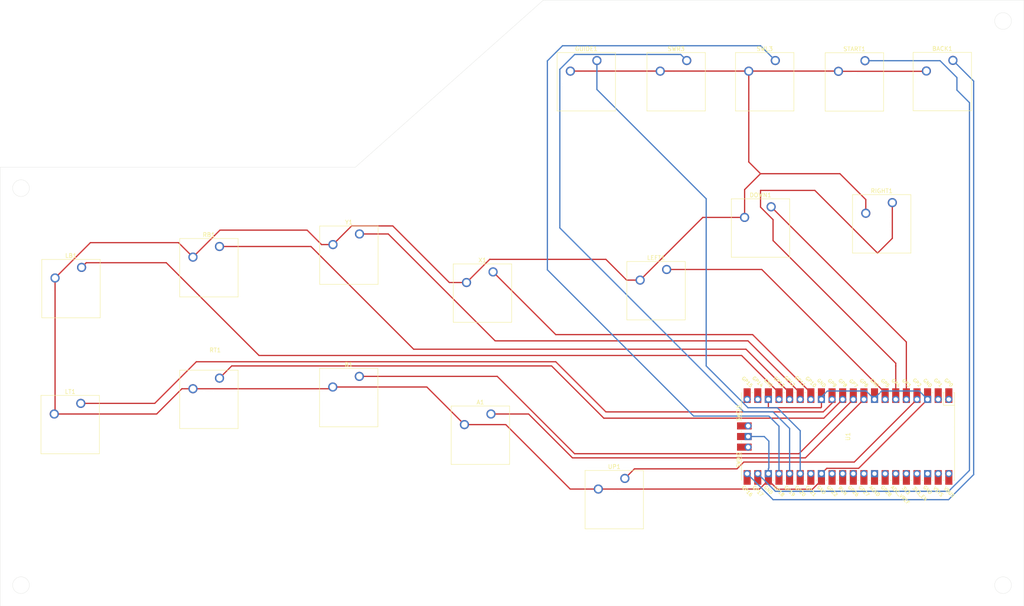
<source format=kicad_pcb>
(kicad_pcb (version 20240108) (generator "pcbnew") (generator_version "8.0")
  (layers (0 "F.Cu" signal) (31 "B.Cu" signal) (34 "B.Paste" user) (35 "F.Paste" user) (36 "B.SilkS" user "B.Silkscreen") (37 "F.SilkS" user "F.Silkscreen") (38 "B.Mask" user) (39 "F.Mask" user) (44 "Edge.Cuts" user))
  (net 0 "")
  (net 1 "A")
  (net 2 "GND")
  (net 3 "B")
  (net 4 "Back")
  (net 5 "DOWN")
  (net 6 "Guide")
  (net 7 "LB")
  (net 8 "LEFT")
  (net 9 "LT")
  (net 10 "RB")
  (net 11 "RIGHT")
  (net 12 "RT")
  (net 13 "Start")
  (net 14 "L3")
  (net 15 "R3")
  (net 16 "X")
  (net 23 "UP")
  (net 28 "Y")
  (footprint "Button_Switch_Keyboard:SW_Cherry_MX_1.00u_PCB" (layer "F.Cu") (at 144.96 85.14)
    (property "Reference" "X1" (at -2.54 -2.794 0) (layer "F.SilkS"))
    (property "Value" "SW_SPST")
    (fp_line (start -9.525 -1.905) (end 4.445 -1.905) (stroke (width 0.12)) (layer "F.SilkS"))
    (fp_line (start -9.525 12.065) (end -9.525 -1.905) (stroke (width 0.12)) (layer "F.SilkS"))
    (fp_line (start 4.445 -1.905) (end 4.445 12.065) (stroke (width 0.12)) (layer "F.SilkS"))
    (fp_line (start 4.445 12.065) (end -9.525 12.065) (stroke (width 0.12)) (layer "F.SilkS"))
    (pad "" np_thru_hole circle (at -7.62 5.08) (size 1.7 1.7) (drill 1.7) (layers "*.Cu" "*.Mask"))
    (pad "" np_thru_hole circle (at -2.54 5.08) (size 4 4) (drill 4) (layers "*.Cu" "*.Mask"))
    (pad "" np_thru_hole circle (at 2.54 5.08) (size 1.7 1.7) (drill 1.7) (layers "*.Cu" "*.Mask"))
    (pad "1" thru_hole circle (at 0 0) (size 2.2 2.2) (drill 1.5) (layers "*.Cu" "*.Mask") (net 16 "X"))
    (pad "2" thru_hole circle (at -6.35 2.54) (size 2.2 2.2) (drill 1.5) (layers "*.Cu" "*.Mask") (net 2 "GND"))
  )
  (footprint "Button_Switch_Keyboard:SW_Cherry_MX_1.00u_PCB" (layer "F.Cu") (at 169.81 34.56)
    (property "Reference" "GUIDE1" (at -2.54 -2.794 0) (layer "F.SilkS"))
    (property "Value" "SW_SPST")
    (fp_line (start -9.525 -1.905) (end 4.445 -1.905) (stroke (width 0.12)) (layer "F.SilkS"))
    (fp_line (start -9.525 12.065) (end -9.525 -1.905) (stroke (width 0.12)) (layer "F.SilkS"))
    (fp_line (start 4.445 -1.905) (end 4.445 12.065) (stroke (width 0.12)) (layer "F.SilkS"))
    (fp_line (start 4.445 12.065) (end -9.525 12.065) (stroke (width 0.12)) (layer "F.SilkS"))
    (pad "" np_thru_hole circle (at -7.62 5.08) (size 1.7 1.7) (drill 1.7) (layers "*.Cu" "*.Mask"))
    (pad "" np_thru_hole circle (at -2.54 5.08) (size 4 4) (drill 4) (layers "*.Cu" "*.Mask"))
    (pad "" np_thru_hole circle (at 2.54 5.08) (size 1.7 1.7) (drill 1.7) (layers "*.Cu" "*.Mask"))
    (pad "1" thru_hole circle (at 0 0) (size 2.2 2.2) (drill 1.5) (layers "*.Cu" "*.Mask") (net 6 "Guide"))
    (pad "2" thru_hole circle (at -6.35 2.54) (size 2.2 2.2) (drill 1.5) (layers "*.Cu" "*.Mask") (net 2 "GND"))
  )
  (footprint "Button_Switch_Keyboard:SW_Cherry_MX_1.00u_PCB" (layer "F.Cu") (at 212.5 34.56)
    (property "Reference" "SWL3" (at -2.54 -2.794 0) (layer "F.SilkS"))
    (property "Value" "SW_SPST")
    (fp_line (start -9.525 -1.905) (end 4.445 -1.905) (stroke (width 0.12)) (layer "F.SilkS"))
    (fp_line (start -9.525 12.065) (end -9.525 -1.905) (stroke (width 0.12)) (layer "F.SilkS"))
    (fp_line (start 4.445 -1.905) (end 4.445 12.065) (stroke (width 0.12)) (layer "F.SilkS"))
    (fp_line (start 4.445 12.065) (end -9.525 12.065) (stroke (width 0.12)) (layer "F.SilkS"))
    (pad "" np_thru_hole circle (at -7.62 5.08) (size 1.7 1.7) (drill 1.7) (layers "*.Cu" "*.Mask"))
    (pad "" np_thru_hole circle (at -2.54 5.08) (size 4 4) (drill 4) (layers "*.Cu" "*.Mask"))
    (pad "" np_thru_hole circle (at 2.54 5.08) (size 1.7 1.7) (drill 1.7) (layers "*.Cu" "*.Mask"))
    (pad "1" thru_hole circle (at 0 0) (size 2.2 2.2) (drill 1.5) (layers "*.Cu" "*.Mask") (net 14 "L3"))
    (pad "2" thru_hole circle (at -6.35 2.54) (size 2.2 2.2) (drill 1.5) (layers "*.Cu" "*.Mask") (net 2 "GND"))
  )
  (footprint "Button_Switch_Keyboard:SW_Cherry_MX_1.00u_PCB" (layer "F.Cu") (at 46.31 116.6)
    (property "Reference" "LT1" (at -2.54 -2.794 0) (layer "F.SilkS"))
    (property "Value" "SW_SPST")
    (fp_line (start -9.525 -1.905) (end 4.445 -1.905) (stroke (width 0.12)) (layer "F.SilkS"))
    (fp_line (start -9.525 12.065) (end -9.525 -1.905) (stroke (width 0.12)) (layer "F.SilkS"))
    (fp_line (start 4.445 -1.905) (end 4.445 12.065) (stroke (width 0.12)) (layer "F.SilkS"))
    (fp_line (start 4.445 12.065) (end -9.525 12.065) (stroke (width 0.12)) (layer "F.SilkS"))
    (pad "" np_thru_hole circle (at -7.62 5.08) (size 1.7 1.7) (drill 1.7) (layers "*.Cu" "*.Mask"))
    (pad "" np_thru_hole circle (at -2.54 5.08) (size 4 4) (drill 4) (layers "*.Cu" "*.Mask"))
    (pad "" np_thru_hole circle (at 2.54 5.08) (size 1.7 1.7) (drill 1.7) (layers "*.Cu" "*.Mask"))
    (pad "1" thru_hole circle (at 0 0) (size 2.2 2.2) (drill 1.5) (layers "*.Cu" "*.Mask") (net 9 "LT"))
    (pad "2" thru_hole circle (at -6.35 2.54) (size 2.2 2.2) (drill 1.5) (layers "*.Cu" "*.Mask") (net 2 "GND"))
  )
  (footprint "Button_Switch_Keyboard:SW_Cherry_MX_1.00u_PCB" (layer "F.Cu") (at 112.96 110.14)
    (property "Reference" "B1" (at -2.54 -2.794 0) (layer "F.SilkS"))
    (property "Value" "SW_SPST")
    (fp_line (start -9.525 -1.905) (end 4.445 -1.905) (stroke (width 0.12)) (layer "F.SilkS"))
    (fp_line (start -9.525 12.065) (end -9.525 -1.905) (stroke (width 0.12)) (layer "F.SilkS"))
    (fp_line (start 4.445 -1.905) (end 4.445 12.065) (stroke (width 0.12)) (layer "F.SilkS"))
    (fp_line (start 4.445 12.065) (end -9.525 12.065) (stroke (width 0.12)) (layer "F.SilkS"))
    (pad "" np_thru_hole circle (at -7.62 5.08) (size 1.7 1.7) (drill 1.7) (layers "*.Cu" "*.Mask"))
    (pad "" np_thru_hole circle (at -2.54 5.08) (size 4 4) (drill 4) (layers "*.Cu" "*.Mask"))
    (pad "" np_thru_hole circle (at 2.54 5.08) (size 1.7 1.7) (drill 1.7) (layers "*.Cu" "*.Mask"))
    (pad "1" thru_hole circle (at 0 0) (size 2.2 2.2) (drill 1.5) (layers "*.Cu" "*.Mask") (net 3 "B"))
    (pad "2" thru_hole circle (at -6.35 2.54) (size 2.2 2.2) (drill 1.5) (layers "*.Cu" "*.Mask") (net 2 "GND"))
  )
  (footprint "Button_Switch_Keyboard:SW_Cherry_MX_1.00u_PCB" (layer "F.Cu") (at 191.31 34.56)
    (property "Reference" "SWR3" (at -2.54 -2.794 0) (layer "F.SilkS"))
    (property "Value" "SW_SPST")
    (fp_line (start -9.525 -1.905) (end 4.445 -1.905) (stroke (width 0.12)) (layer "F.SilkS"))
    (fp_line (start -9.525 12.065) (end -9.525 -1.905) (stroke (width 0.12)) (layer "F.SilkS"))
    (fp_line (start 4.445 -1.905) (end 4.445 12.065) (stroke (width 0.12)) (layer "F.SilkS"))
    (fp_line (start 4.445 12.065) (end -9.525 12.065) (stroke (width 0.12)) (layer "F.SilkS"))
    (pad "" np_thru_hole circle (at -7.62 5.08) (size 1.7 1.7) (drill 1.7) (layers "*.Cu" "*.Mask"))
    (pad "" np_thru_hole circle (at -2.54 5.08) (size 4 4) (drill 4) (layers "*.Cu" "*.Mask"))
    (pad "" np_thru_hole circle (at 2.54 5.08) (size 1.7 1.7) (drill 1.7) (layers "*.Cu" "*.Mask"))
    (pad "1" thru_hole circle (at 0 0) (size 2.2 2.2) (drill 1.5) (layers "*.Cu" "*.Mask") (net 15 "R3"))
    (pad "2" thru_hole circle (at -6.35 2.54) (size 2.2 2.2) (drill 1.5) (layers "*.Cu" "*.Mask") (net 2 "GND"))
  )
  (footprint "Button_Switch_Keyboard:SW_Cherry_MX_1.00u_PCB" (layer "F.Cu") (at 176.5 134.56)
    (property "Reference" "UP1" (at -2.54 -2.794 0) (layer "F.SilkS"))
    (property "Value" "SW_SPST")
    (fp_line (start -9.525 -1.905) (end 4.445 -1.905) (stroke (width 0.12)) (layer "F.SilkS"))
    (fp_line (start -9.525 12.065) (end -9.525 -1.905) (stroke (width 0.12)) (layer "F.SilkS"))
    (fp_line (start 4.445 -1.905) (end 4.445 12.065) (stroke (width 0.12)) (layer "F.SilkS"))
    (fp_line (start 4.445 12.065) (end -9.525 12.065) (stroke (width 0.12)) (layer "F.SilkS"))
    (pad "" np_thru_hole circle (at -7.62 5.08) (size 1.7 1.7) (drill 1.7) (layers "*.Cu" "*.Mask"))
    (pad "" np_thru_hole circle (at -2.54 5.08) (size 4 4) (drill 4) (layers "*.Cu" "*.Mask"))
    (pad "" np_thru_hole circle (at 2.54 5.08) (size 1.7 1.7) (drill 1.7) (layers "*.Cu" "*.Mask"))
    (pad "1" thru_hole circle (at 0 0) (size 2.2 2.2) (drill 1.5) (layers "*.Cu" "*.Mask") (net 23 "UP"))
    (pad "2" thru_hole circle (at -6.35 2.54) (size 2.2 2.2) (drill 1.5) (layers "*.Cu" "*.Mask") (net 2 "GND"))
  )
  (footprint "Button_Switch_Keyboard:SW_Cherry_MX_1.00u_PCB" (layer "F.Cu") (at 240.5 68.56)
    (property "Reference" "RIGHT1" (at -2.54 -2.794 0) (layer "F.SilkS"))
    (property "Value" "SW_SPST")
    (fp_line (start -9.525 -1.905) (end 4.445 -1.905) (stroke (width 0.12)) (layer "F.SilkS"))
    (fp_line (start -9.525 12.065) (end -9.525 -1.905) (stroke (width 0.12)) (layer "F.SilkS"))
    (fp_line (start 4.445 -1.905) (end 4.445 12.065) (stroke (width 0.12)) (layer "F.SilkS"))
    (fp_line (start 4.445 12.065) (end -9.525 12.065) (stroke (width 0.12)) (layer "F.SilkS"))
    (pad "" np_thru_hole circle (at -7.62 5.08) (size 1.7 1.7) (drill 1.7) (layers "*.Cu" "*.Mask"))
    (pad "" np_thru_hole circle (at -2.54 5.08) (size 4 4) (drill 4) (layers "*.Cu" "*.Mask"))
    (pad "" np_thru_hole circle (at 2.54 5.08) (size 1.7 1.7) (drill 1.7) (layers "*.Cu" "*.Mask"))
    (pad "1" thru_hole circle (at 0 0) (size 2.2 2.2) (drill 1.5) (layers "*.Cu" "*.Mask") (net 11 "RIGHT"))
    (pad "2" thru_hole circle (at -6.35 2.54) (size 2.2 2.2) (drill 1.5) (layers "*.Cu" "*.Mask") (net 2 "GND"))
  )
  (footprint "Button_Switch_Keyboard:SW_Cherry_MX_1.00u_PCB" (layer "F.Cu") (at 46.5 84.06)
    (property "Reference" "LB1" (at -2.54 -2.794 0) (layer "F.SilkS"))
    (property "Value" "SW_SPST")
    (fp_line (start -9.525 -1.905) (end 4.445 -1.905) (stroke (width 0.12)) (layer "F.SilkS"))
    (fp_line (start -9.525 12.065) (end -9.525 -1.905) (stroke (width 0.12)) (layer "F.SilkS"))
    (fp_line (start 4.445 -1.905) (end 4.445 12.065) (stroke (width 0.12)) (layer "F.SilkS"))
    (fp_line (start 4.445 12.065) (end -9.525 12.065) (stroke (width 0.12)) (layer "F.SilkS"))
    (pad "" np_thru_hole circle (at -7.62 5.08) (size 1.7 1.7) (drill 1.7) (layers "*.Cu" "*.Mask"))
    (pad "" np_thru_hole circle (at -2.54 5.08) (size 4 4) (drill 4) (layers "*.Cu" "*.Mask"))
    (pad "" np_thru_hole circle (at 2.54 5.08) (size 1.7 1.7) (drill 1.7) (layers "*.Cu" "*.Mask"))
    (pad "1" thru_hole circle (at 0 0) (size 2.2 2.2) (drill 1.5) (layers "*.Cu" "*.Mask") (net 7 "LB"))
    (pad "2" thru_hole circle (at -6.35 2.54) (size 2.2 2.2) (drill 1.5) (layers "*.Cu" "*.Mask") (net 2 "GND"))
  )
  (footprint "Button_Switch_Keyboard:SW_Cherry_MX_1.00u_PCB" (layer "F.Cu") (at 186.5 84.56)
    (property "Reference" "LEFT1" (at -2.54 -2.794 0) (layer "F.SilkS"))
    (property "Value" "SW_SPST")
    (fp_line (start -9.525 -1.905) (end 4.445 -1.905) (stroke (width 0.12)) (layer "F.SilkS"))
    (fp_line (start -9.525 12.065) (end -9.525 -1.905) (stroke (width 0.12)) (layer "F.SilkS"))
    (fp_line (start 4.445 -1.905) (end 4.445 12.065) (stroke (width 0.12)) (layer "F.SilkS"))
    (fp_line (start 4.445 12.065) (end -9.525 12.065) (stroke (width 0.12)) (layer "F.SilkS"))
    (pad "" np_thru_hole circle (at -7.62 5.08) (size 1.7 1.7) (drill 1.7) (layers "*.Cu" "*.Mask"))
    (pad "" np_thru_hole circle (at -2.54 5.08) (size 4 4) (drill 4) (layers "*.Cu" "*.Mask"))
    (pad "" np_thru_hole circle (at 2.54 5.08) (size 1.7 1.7) (drill 1.7) (layers "*.Cu" "*.Mask"))
    (pad "1" thru_hole circle (at 0 0) (size 2.2 2.2) (drill 1.5) (layers "*.Cu" "*.Mask") (net 8 "LEFT"))
    (pad "2" thru_hole circle (at -6.35 2.54) (size 2.2 2.2) (drill 1.5) (layers "*.Cu" "*.Mask") (net 2 "GND"))
  )
  (footprint "Button_Switch_Keyboard:SW_Cherry_MX_1.00u_PCB" (layer "F.Cu") (at 144.46 119.14)
    (property "Reference" "A1" (at -2.54 -2.794 0) (layer "F.SilkS"))
    (property "Value" "SW_SPST")
    (fp_line (start -9.525 -1.905) (end 4.445 -1.905) (stroke (width 0.12)) (layer "F.SilkS"))
    (fp_line (start -9.525 12.065) (end -9.525 -1.905) (stroke (width 0.12)) (layer "F.SilkS"))
    (fp_line (start 4.445 -1.905) (end 4.445 12.065) (stroke (width 0.12)) (layer "F.SilkS"))
    (fp_line (start 4.445 12.065) (end -9.525 12.065) (stroke (width 0.12)) (layer "F.SilkS"))
    (pad "" np_thru_hole circle (at -7.62 5.08) (size 1.7 1.7) (drill 1.7) (layers "*.Cu" "*.Mask"))
    (pad "" np_thru_hole circle (at -2.54 5.08) (size 4 4) (drill 4) (layers "*.Cu" "*.Mask"))
    (pad "" np_thru_hole circle (at 2.54 5.08) (size 1.7 1.7) (drill 1.7) (layers "*.Cu" "*.Mask"))
    (pad "1" thru_hole circle (at 0 0) (size 2.2 2.2) (drill 1.5) (layers "*.Cu" "*.Mask") (net 1 "A"))
    (pad "2" thru_hole circle (at -6.35 2.54) (size 2.2 2.2) (drill 1.5) (layers "*.Cu" "*.Mask") (net 2 "GND"))
  )
  (footprint "PICO:RPi_Pico_SMD_TH" (layer "F.Cu") (at 229.89 124.53 -90)
    (property "Reference" "U1" (at 0 0 90) (layer "F.SilkS"))
    (property "Value" "Pico")
    (fp_line (start -3.7 25.5) (end -10.5 25.5) (stroke (width 0.12)) (layer "F.SilkS"))
    (fp_line (start -1.5 25.5) (end -1.1 25.5) (stroke (width 0.12)) (layer "F.SilkS"))
    (fp_line (start 1.1 25.5) (end 1.5 25.5) (stroke (width 0.12)) (layer "F.SilkS"))
    (fp_line (start 10.5 25.5) (end 3.7 25.5) (stroke (width 0.12)) (layer "F.SilkS"))
    (fp_line (start -10.5 22.7) (end -10.5 23.1) (stroke (width 0.12)) (layer "F.SilkS"))
    (fp_line (start 10.5 22.7) (end 10.5 23.1) (stroke (width 0.12)) (layer "F.SilkS"))
    (fp_line (start -10.5 20.1) (end -10.5 20.5) (stroke (width 0.12)) (layer "F.SilkS"))
    (fp_line (start 10.5 20.1) (end 10.5 20.5) (stroke (width 0.12)) (layer "F.SilkS"))
    (fp_line (start -10.5 17.6) (end -10.5 18) (stroke (width 0.12)) (layer "F.SilkS"))
    (fp_line (start 10.5 17.6) (end 10.5 18) (stroke (width 0.12)) (layer "F.SilkS"))
    (fp_line (start -10.5 15.1) (end -10.5 15.5) (stroke (width 0.12)) (layer "F.SilkS"))
    (fp_line (start 10.5 15.1) (end 10.5 15.5) (stroke (width 0.12)) (layer "F.SilkS"))
    (fp_line (start -10.5 12.5) (end -10.5 12.9) (stroke (width 0.12)) (layer "F.SilkS"))
    (fp_line (start 10.5 12.5) (end 10.5 12.9) (stroke (width 0.12)) (layer "F.SilkS"))
    (fp_line (start -10.5 10) (end -10.5 10.4) (stroke (width 0.12)) (layer "F.SilkS"))
    (fp_line (start 10.5 10) (end 10.5 10.4) (stroke (width 0.12)) (layer "F.SilkS"))
    (fp_line (start -10.5 7.4) (end -10.5 7.8) (stroke (width 0.12)) (layer "F.SilkS"))
    (fp_line (start 10.5 7.4) (end 10.5 7.8) (stroke (width 0.12)) (layer "F.SilkS"))
    (fp_line (start -10.5 4.9) (end -10.5 5.3) (stroke (width 0.12)) (layer "F.SilkS"))
    (fp_line (start 10.5 4.9) (end 10.5 5.3) (stroke (width 0.12)) (layer "F.SilkS"))
    (fp_line (start -10.5 2.3) (end -10.5 2.7) (stroke (width 0.12)) (layer "F.SilkS"))
    (fp_line (start 10.5 2.3) (end 10.5 2.7) (stroke (width 0.12)) (layer "F.SilkS"))
    (fp_line (start -10.5 -0.2) (end -10.5 0.2) (stroke (width 0.12)) (layer "F.SilkS"))
    (fp_line (start 10.5 -0.2) (end 10.5 0.2) (stroke (width 0.12)) (layer "F.SilkS"))
    (fp_line (start -10.5 -2.7) (end -10.5 -2.3) (stroke (width 0.12)) (layer "F.SilkS"))
    (fp_line (start 10.5 -2.7) (end 10.5 -2.3) (stroke (width 0.12)) (layer "F.SilkS"))
    (fp_line (start -10.5 -5.3) (end -10.5 -4.9) (stroke (width 0.12)) (layer "F.SilkS"))
    (fp_line (start 10.5 -5.3) (end 10.5 -4.9) (stroke (width 0.12)) (layer "F.SilkS"))
    (fp_line (start -10.5 -7.8) (end -10.5 -7.4) (stroke (width 0.12)) (layer "F.SilkS"))
    (fp_line (start 10.5 -7.8) (end 10.5 -7.4) (stroke (width 0.12)) (layer "F.SilkS"))
    (fp_line (start -10.5 -10.4) (end -10.5 -10) (stroke (width 0.12)) (layer "F.SilkS"))
    (fp_line (start 10.5 -10.4) (end 10.5 -10) (stroke (width 0.12)) (layer "F.SilkS"))
    (fp_line (start -10.5 -12.9) (end -10.5 -12.5) (stroke (width 0.12)) (layer "F.SilkS"))
    (fp_line (start 10.5 -12.9) (end 10.5 -12.5) (stroke (width 0.12)) (layer "F.SilkS"))
    (fp_line (start -10.5 -15.4) (end -10.5 -15) (stroke (width 0.12)) (layer "F.SilkS"))
    (fp_line (start 10.5 -15.4) (end 10.5 -15) (stroke (width 0.12)) (layer "F.SilkS"))
    (fp_line (start -10.5 -18) (end -10.5 -17.6) (stroke (width 0.12)) (layer "F.SilkS"))
    (fp_line (start 10.5 -18) (end 10.5 -17.6) (stroke (width 0.12)) (layer "F.SilkS"))
    (fp_line (start -10.5 -20.5) (end -10.5 -20.1) (stroke (width 0.12)) (layer "F.SilkS"))
    (fp_line (start 10.5 -20.5) (end 10.5 -20.1) (stroke (width 0.12)) (layer "F.SilkS"))
    (fp_line (start -10.5 -22.833) (end -7.493 -22.833) (stroke (width 0.12)) (layer "F.SilkS"))
    (fp_line (start -7.493 -22.833) (end -7.493 -25.5) (stroke (width 0.12)) (layer "F.SilkS"))
    (fp_line (start -10.5 -23.1) (end -10.5 -22.7) (stroke (width 0.12)) (layer "F.SilkS"))
    (fp_line (start 10.5 -23.1) (end 10.5 -22.7) (stroke (width 0.12)) (layer "F.SilkS"))
    (fp_line (start -10.5 -25.5) (end -10.5 -25.2) (stroke (width 0.12)) (layer "F.SilkS"))
    (fp_line (start -10.5 -25.5) (end 10.5 -25.5) (stroke (width 0.12)) (layer "F.SilkS"))
    (fp_line (start 10.5 -25.5) (end 10.5 -25.2) (stroke (width 0.12)) (layer "F.SilkS"))
    (fp_text user "SWDIO" (at 5.6 26.2 90) (layer "F.SilkS") (effects (font (size 0.8 0.8))))
    (fp_text user "GP18" (at 13.054 16.51 135) (layer "F.SilkS") (effects (font (size 0.8 0.8))))
    (fp_text user "GP6" (at -12.8 -3.81 135) (layer "F.SilkS") (effects (font (size 0.8 0.8))))
    (fp_text user "GP22" (at 13.054 3.81 135) (layer "F.SilkS") (effects (font (size 0.8 0.8))))
    (fp_text user "GP27" (at 13.054 -3.8 135) (layer "F.SilkS") (effects (font (size 0.8 0.8))))
    (fp_text user "GP14" (at -13.1 21.59 135) (layer "F.SilkS") (effects (font (size 0.8 0.8))))
    (fp_text user "GND" (at 12.8 6.35 135) (layer "F.SilkS") (effects (font (size 0.8 0.8))))
    (fp_text user "GP20" (at 13.054 11.43 135) (layer "F.SilkS") (effects (font (size 0.8 0.8))))
    (fp_text user "GND" (at -12.8 6.35 135) (layer "F.SilkS") (effects (font (size 0.8 0.8))))
    (fp_text user "GP10" (at -13.054 8.89 135) (layer "F.SilkS") (effects (font (size 0.8 0.8))))
    (fp_text user "GP17" (at 13.054 21.59 135) (layer "F.SilkS") (effects (font (size 0.8 0.8))))
    (fp_text user "RUN" (at 13 1.27 135) (layer "F.SilkS") (effects (font (size 0.8 0.8))))
    (fp_text user "GP0" (at -12.89 -24.07 135) (layer "F.SilkS") (effects (font (size 0.8 0.8))))
    (fp_text user "GP15" (at -13.054 24.13 135) (layer "F.SilkS") (effects (font (size 0.8 0.8))))
    (fp_text user "AGND" (at 13.054 -6.35 135) (layer "F.SilkS") (effects (font (size 0.8 0.8))))
    (fp_text user "GP7" (at -12.7 -1.3 135) (layer "F.SilkS") (effects (font (size 0.8 0.8))))
    (fp_text user "GND" (at 12.8 19.05 135) (layer "F.SilkS") (effects (font (size 0.8 0.8))))
    (fp_text user "GP21" (at 13.054 8.9 135) (layer "F.SilkS") (effects (font (size 0.8 0.8))))
    (fp_text user "GP26" (at 13.054 -1.27 135) (layer "F.SilkS") (effects (font (size 0.8 0.8))))
    (fp_text user "VBUS" (at 13.3 -24.2 135) (layer "F.SilkS") (effects (font (size 0.8 0.8))))
    (fp_text user "ADC_VREF" (at 14 -12.5 135) (layer "F.SilkS") (effects (font (size 0.8 0.8))))
    (fp_text user "GP11" (at -13.2 11.43 135) (layer "F.SilkS") (effects (font (size 0.8 0.8))))
    (fp_text user "GP8" (at -12.8 1.27 135) (layer "F.SilkS") (effects (font (size 0.8 0.8))))
    (fp_text user "3V3_EN" (at 13.7 -17.2 135) (layer "F.SilkS") (effects (font (size 0.8 0.8))))
    (fp_text user "VSYS" (at 13.2 -21.59 135) (layer "F.SilkS") (effects (font (size 0.8 0.8))))
    (fp_text user "GP9" (at -12.8 3.81 135) (layer "F.SilkS") (effects (font (size 0.8 0.8))))
    (fp_text user "GND" (at -12.8 -19.05 135) (layer "F.SilkS") (effects (font (size 0.8 0.8))))
    (fp_text user "3V3" (at 12.9 -13.9 135) (layer "F.SilkS") (effects (font (size 0.8 0.8))))
    (fp_text user "GP16" (at 13.054 24.13 135) (layer "F.SilkS") (effects (font (size 0.8 0.8))))
    (fp_text user "SWCLK" (at -5.7 26.2 90) (layer "F.SilkS") (effects (font (size 0.8 0.8))))
    (fp_text user "GP13" (at -13.054 16.51 135) (layer "F.SilkS") (effects (font (size 0.8 0.8))))
    (fp_text user "GP19" (at 13.054 13.97 135) (layer "F.SilkS") (effects (font (size 0.8 0.8))))
    (fp_text user "GND" (at 12.8 -19.05 135) (layer "F.SilkS") (effects (font (size 0.8 0.8))))
    (fp_text user "GP4" (at -12.8 -11.43 135) (layer "F.SilkS") (effects (font (size 0.8 0.8))))
    (fp_text user "GP28" (at 13.054 -9.144 135) (layer "F.SilkS") (effects (font (size 0.8 0.8))))
    (fp_text user "GND" (at -12.8 -6.35 135) (layer "F.SilkS") (effects (font (size 0.8 0.8))))
    (fp_text user "GP2" (at -12.9 -16.51 135) (layer "F.SilkS") (effects (font (size 0.8 0.8))))
    (fp_text user "GP12" (at -13.2 13.97 135) (layer "F.SilkS") (effects (font (size 0.8 0.8))))
    (fp_text user "GP3" (at -12.8 -13.97 135) (layer "F.SilkS") (effects (font (size 0.8 0.8))))
    (fp_text user "GP1" (at -12.89 -21.57 135) (layer "F.SilkS") (effects (font (size 0.8 0.8))))
    (fp_text user "GND" (at -12.8 19.05 135) (layer "F.SilkS") (effects (font (size 0.8 0.8))))
    (fp_text user "GP5" (at -12.8 -8.89 135) (layer "F.SilkS") (effects (font (size 0.8 0.8))))
    (pad "" np_thru_hole oval (at -2.725 -24 270) (size 1.8 1.8) (drill 1.8) (layers "*.Cu" "*.Mask"))
    (pad "" np_thru_hole oval (at -2.425 -20.97 270) (size 1.5 1.5) (drill 1.5) (layers "*.Cu" "*.Mask"))
    (pad "" np_thru_hole oval (at 2.425 -20.97 270) (size 1.5 1.5) (drill 1.5) (layers "*.Cu" "*.Mask"))
    (pad "" np_thru_hole oval (at 2.725 -24 270) (size 1.8 1.8) (drill 1.8) (layers "*.Cu" "*.Mask"))
    (pad "1" thru_hole oval (at -8.89 -24.13 270) (size 1.7 1.7) (drill 1.02) (layers "*.Cu" "*.Mask"))
    (pad "1" smd rect (at -8.89 -24.13 270) (size 3.5 1.7) (drill (offset -0.9 0)) (layers "F.Cu" "F.Mask"))
    (pad "2" thru_hole oval (at -8.89 -21.59 270) (size 1.7 1.7) (drill 1.02) (layers "*.Cu" "*.Mask"))
    (pad "2" smd rect (at -8.89 -21.59 270) (size 3.5 1.7) (drill (offset -0.9 0)) (layers "F.Cu" "F.Mask"))
    (pad "3" thru_hole rect (at -8.89 -19.05 270) (size 1.7 1.7) (drill 1.02) (layers "*.Cu" "*.Mask") (net 2 "GND"))
    (pad "3" smd rect (at -8.89 -19.05 270) (size 3.5 1.7) (drill (offset -0.9 0)) (layers "F.Cu" "F.Mask") (net 2 "GND"))
    (pad "4" thru_hole oval (at -8.89 -16.51 270) (size 1.7 1.7) (drill 1.02) (layers "*.Cu" "*.Mask") (net 23 "UP"))
    (pad "4" smd rect (at -8.89 -16.51 270) (size 3.5 1.7) (drill (offset -0.9 0)) (layers "F.Cu" "F.Mask") (net 23 "UP"))
    (pad "5" thru_hole oval (at -8.89 -13.97 270) (size 1.7 1.7) (drill 1.02) (layers "*.Cu" "*.Mask") (net 5 "DOWN"))
    (pad "5" smd rect (at -8.89 -13.97 270) (size 3.5 1.7) (drill (offset -0.9 0)) (layers "F.Cu" "F.Mask") (net 5 "DOWN"))
    (pad "6" thru_hole oval (at -8.89 -11.43 270) (size 1.7 1.7) (drill 1.02) (layers "*.Cu" "*.Mask") (net 11 "RIGHT"))
    (pad "6" smd rect (at -8.89 -11.43 270) (size 3.5 1.7) (drill (offset -0.9 0)) (layers "F.Cu" "F.Mask") (net 11 "RIGHT"))
    (pad "7" thru_hole oval (at -8.89 -8.89 270) (size 1.7 1.7) (drill 1.02) (layers "*.Cu" "*.Mask") (net 8 "LEFT"))
    (pad "7" smd rect (at -8.89 -8.89 270) (size 3.5 1.7) (drill (offset -0.9 0)) (layers "F.Cu" "F.Mask") (net 8 "LEFT"))
    (pad "8" thru_hole rect (at -8.89 -6.35 270) (size 1.7 1.7) (drill 1.02) (layers "*.Cu" "*.Mask") (net 2 "GND"))
    (pad "8" smd rect (at -8.89 -6.35 270) (size 3.5 1.7) (drill (offset -0.9 0)) (layers "F.Cu" "F.Mask") (net 2 "GND"))
    (pad "9" thru_hole oval (at -8.89 -3.81 270) (size 1.7 1.7) (drill 1.02) (layers "*.Cu" "*.Mask") (net 1 "A"))
    (pad "9" smd rect (at -8.89 -3.81 270) (size 3.5 1.7) (drill (offset -0.9 0)) (layers "F.Cu" "F.Mask") (net 1 "A"))
    (pad "10" thru_hole oval (at -8.89 -1.27 270) (size 1.7 1.7) (drill 1.02) (layers "*.Cu" "*.Mask") (net 3 "B"))
    (pad "10" smd rect (at -8.89 -1.27 270) (size 3.5 1.7) (drill (offset -0.9 0)) (layers "F.Cu" "F.Mask") (net 3 "B"))
    (pad "11" thru_hole oval (at -8.89 1.27 270) (size 1.7 1.7) (drill 1.02) (layers "*.Cu" "*.Mask") (net 12 "RT"))
    (pad "11" smd rect (at -8.89 1.27 270) (size 3.5 1.7) (drill (offset -0.9 0)) (layers "F.Cu" "F.Mask") (net 12 "RT"))
    (pad "12" thru_hole oval (at -8.89 3.81 270) (size 1.7 1.7) (drill 1.02) (layers "*.Cu" "*.Mask") (net 9 "LT"))
    (pad "12" smd rect (at -8.89 3.81 270) (size 3.5 1.7) (drill (offset -0.9 0)) (layers "F.Cu" "F.Mask") (net 9 "LT"))
    (pad "13" thru_hole rect (at -8.89 6.35 270) (size 1.7 1.7) (drill 1.02) (layers "*.Cu" "*.Mask") (net 2 "GND"))
    (pad "13" smd rect (at -8.89 6.35 270) (size 3.5 1.7) (drill (offset -0.9 0)) (layers "F.Cu" "F.Mask") (net 2 "GND"))
    (pad "14" thru_hole oval (at -8.89 8.89 270) (size 1.7 1.7) (drill 1.02) (layers "*.Cu" "*.Mask") (net 16 "X"))
    (pad "14" smd rect (at -8.89 8.89 270) (size 3.5 1.7) (drill (offset -0.9 0)) (layers "F.Cu" "F.Mask") (net 16 "X"))
    (pad "15" thru_hole oval (at -8.89 11.43 270) (size 1.7 1.7) (drill 1.02) (layers "*.Cu" "*.Mask") (net 28 "Y"))
    (pad "15" smd rect (at -8.89 11.43 270) (size 3.5 1.7) (drill (offset -0.9 0)) (layers "F.Cu" "F.Mask") (net 28 "Y"))
    (pad "16" thru_hole oval (at -8.89 13.97 270) (size 1.7 1.7) (drill 1.02) (layers "*.Cu" "*.Mask") (net 10 "RB"))
    (pad "16" smd rect (at -8.89 13.97 270) (size 3.5 1.7) (drill (offset -0.9 0)) (layers "F.Cu" "F.Mask") (net 10 "RB"))
    (pad "17" thru_hole oval (at -8.89 16.51 270) (size 1.7 1.7) (drill 1.02) (layers "*.Cu" "*.Mask") (net 7 "LB"))
    (pad "17" smd rect (at -8.89 16.51 270) (size 3.5 1.7) (drill (offset -0.9 0)) (layers "F.Cu" "F.Mask") (net 7 "LB"))
    (pad "18" thru_hole rect (at -8.89 19.05 270) (size 1.7 1.7) (drill 1.02) (layers "*.Cu" "*.Mask") (net 2 "GND"))
    (pad "18" smd rect (at -8.89 19.05 270) (size 3.5 1.7) (drill (offset -0.9 0)) (layers "F.Cu" "F.Mask") (net 2 "GND"))
    (pad "19" thru_hole oval (at -8.89 21.59 270) (size 1.7 1.7) (drill 1.02) (layers "*.Cu" "*.Mask"))
    (pad "19" smd rect (at -8.89 21.59 270) (size 3.5 1.7) (drill (offset -0.9 0)) (layers "F.Cu" "F.Mask"))
    (pad "20" thru_hole oval (at -8.89 24.13 270) (size 1.7 1.7) (drill 1.02) (layers "*.Cu" "*.Mask"))
    (pad "20" smd rect (at -8.89 24.13 270) (size 3.5 1.7) (drill (offset -0.9 0)) (layers "F.Cu" "F.Mask"))
    (pad "21" thru_hole oval (at 8.89 24.13 270) (size 1.7 1.7) (drill 1.02) (layers "*.Cu" "*.Mask") (net 4 "Back"))
    (pad "21" smd rect (at 8.89 24.13 270) (size 3.5 1.7) (drill (offset 0.9 0)) (layers "F.Cu" "F.Mask") (net 4 "Back"))
    (pad "22" thru_hole oval (at 8.89 21.59 270) (size 1.7 1.7) (drill 1.02) (layers "*.Cu" "*.Mask") (net 13 "Start"))
    (pad "22" smd rect (at 8.89 21.59 270) (size 3.5 1.7) (drill (offset 0.9 0)) (layers "F.Cu" "F.Mask") (net 13 "Start"))
    (pad "23" thru_hole rect (at 8.89 19.05 270) (size 1.7 1.7) (drill 1.02) (layers "*.Cu" "*.Mask") (net 2 "GND"))
    (pad "23" smd rect (at 8.89 19.05 270) (size 3.5 1.7) (drill (offset 0.9 0)) (layers "F.Cu" "F.Mask") (net 2 "GND"))
    (pad "24" thru_hole oval (at 8.89 16.51 270) (size 1.7 1.7) (drill 1.02) (layers "*.Cu" "*.Mask") (net 14 "L3"))
    (pad "24" smd rect (at 8.89 16.51 270) (size 3.5 1.7) (drill (offset 0.9 0)) (layers "F.Cu" "F.Mask") (net 14 "L3"))
    (pad "25" thru_hole oval (at 8.89 13.97 270) (size 1.7 1.7) (drill 1.02) (layers "*.Cu" "*.Mask") (net 15 "R3"))
    (pad "25" smd rect (at 8.89 13.97 270) (size 3.5 1.7) (drill (offset 0.9 0)) (layers "F.Cu" "F.Mask") (net 15 "R3"))
    (pad "26" thru_hole oval (at 8.89 11.43 270) (size 1.7 1.7) (drill 1.02) (layers "*.Cu" "*.Mask") (net 6 "Guide"))
    (pad "26" smd rect (at 8.89 11.43 270) (size 3.5 1.7) (drill (offset 0.9 0)) (layers "F.Cu" "F.Mask") (net 6 "Guide"))
    (pad "27" thru_hole oval (at 8.89 8.89 270) (size 1.7 1.7) (drill 1.02) (layers "*.Cu" "*.Mask"))
    (pad "27" smd rect (at 8.89 8.89 270) (size 3.5 1.7) (drill (offset 0.9 0)) (layers "F.Cu" "F.Mask"))
    (pad "28" thru_hole rect (at 8.89 6.35 270) (size 1.7 1.7) (drill 1.02) (layers "*.Cu" "*.Mask") (net 2 "GND"))
    (pad "28" smd rect (at 8.89 6.35 270) (size 3.5 1.7) (drill (offset 0.9 0)) (layers "F.Cu" "F.Mask") (net 2 "GND"))
    (pad "29" thru_hole oval (at 8.89 3.81 270) (size 1.7 1.7) (drill 1.02) (layers "*.Cu" "*.Mask"))
    (pad "29" smd rect (at 8.89 3.81 270) (size 3.5 1.7) (drill (offset 0.9 0)) (layers "F.Cu" "F.Mask"))
    (pad "30" thru_hole oval (at 8.89 1.27 270) (size 1.7 1.7) (drill 1.02) (layers "*.Cu" "*.Mask"))
    (pad "30" smd rect (at 8.89 1.27 270) (size 3.5 1.7) (drill (offset 0.9 0)) (layers "F.Cu" "F.Mask"))
    (pad "31" thru_hole oval (at 8.89 -1.27 270) (size 1.7 1.7) (drill 1.02) (layers "*.Cu" "*.Mask"))
    (pad "31" smd rect (at 8.89 -1.27 270) (size 3.5 1.7) (drill (offset 0.9 0)) (layers "F.Cu" "F.Mask"))
    (pad "32" thru_hole oval (at 8.89 -3.81 270) (size 1.7 1.7) (drill 1.02) (layers "*.Cu" "*.Mask"))
    (pad "32" smd rect (at 8.89 -3.81 270) (size 3.5 1.7) (drill (offset 0.9 0)) (layers "F.Cu" "F.Mask"))
    (pad "33" thru_hole rect (at 8.89 -6.35 270) (size 1.7 1.7) (drill 1.02) (layers "*.Cu" "*.Mask"))
    (pad "33" smd rect (at 8.89 -6.35 270) (size 3.5 1.7) (drill (offset 0.9 0)) (layers "F.Cu" "F.Mask"))
    (pad "34" thru_hole oval (at 8.89 -8.89 270) (size 1.7 1.7) (drill 1.02) (layers "*.Cu" "*.Mask"))
    (pad "34" smd rect (at 8.89 -8.89 270) (size 3.5 1.7) (drill (offset 0.9 0)) (layers "F.Cu" "F.Mask"))
    (pad "35" thru_hole oval (at 8.89 -11.43 270) (size 1.7 1.7) (drill 1.02) (layers "*.Cu" "*.Mask"))
    (pad "35" smd rect (at 8.89 -11.43 270) (size 3.5 1.7) (drill (offset 0.9 0)) (layers "F.Cu" "F.Mask"))
    (pad "36" thru_hole oval (at 8.89 -13.97 270) (size 1.7 1.7) (drill 1.02) (layers "*.Cu" "*.Mask"))
    (pad "36" smd rect (at 8.89 -13.97 270) (size 3.5 1.7) (drill (offset 0.9 0)) (layers "F.Cu" "F.Mask"))
    (pad "37" thru_hole oval (at 8.89 -16.51 270) (size 1.7 1.7) (drill 1.02) (layers "*.Cu" "*.Mask"))
    (pad "37" smd rect (at 8.89 -16.51 270) (size 3.5 1.7) (drill (offset 0.9 0)) (layers "F.Cu" "F.Mask"))
    (pad "38" thru_hole rect (at 8.89 -19.05 270) (size 1.7 1.7) (drill 1.02) (layers "*.Cu" "*.Mask"))
    (pad "38" smd rect (at 8.89 -19.05 270) (size 3.5 1.7) (drill (offset 0.9 0)) (layers "F.Cu" "F.Mask"))
    (pad "39" thru_hole oval (at 8.89 -21.59 270) (size 1.7 1.7) (drill 1.02) (layers "*.Cu" "*.Mask"))
    (pad "39" smd rect (at 8.89 -21.59 270) (size 3.5 1.7) (drill (offset 0.9 0)) (layers "F.Cu" "F.Mask"))
    (pad "40" thru_hole oval (at 8.89 -24.13 270) (size 1.7 1.7) (drill 1.02) (layers "*.Cu" "*.Mask"))
    (pad "40" smd rect (at 8.89 -24.13 270) (size 3.5 1.7) (drill (offset 0.9 0)) (layers "F.Cu" "F.Mask"))
    (pad "41" thru_hole oval (at -2.54 23.9 270) (size 1.7 1.7) (drill 1.02) (layers "*.Cu" "*.Mask"))
    (pad "41" smd rect (at -2.54 23.9) (size 3.5 1.7) (drill (offset -0.9 0)) (layers "F.Cu" "F.Mask"))
    (pad "42" thru_hole rect (at 0 23.9 270) (size 1.7 1.7) (drill 1.02) (layers "*.Cu" "*.Mask") (net 2 "GND"))
    (pad "42" smd rect (at 0 23.9) (size 3.5 1.7) (drill (offset -0.9 0)) (layers "F.Cu" "F.Mask") (net 2 "GND"))
    (pad "43" thru_hole oval (at 2.54 23.9 270) (size 1.7 1.7) (drill 1.02) (layers "*.Cu" "*.Mask"))
    (pad "43" smd rect (at 2.54 23.9) (size 3.5 1.7) (drill (offset -0.9 0)) (layers "F.Cu" "F.Mask"))
  )
  (footprint "Button_Switch_Keyboard:SW_Cherry_MX_1.00u_PCB" (layer "F.Cu") (at 211.5 69.56)
    (property "Reference" "DOWN1" (at -2.54 -2.794 0) (layer "F.SilkS"))
    (property "Value" "SW_SPST")
    (fp_line (start -9.525 -1.905) (end 4.445 -1.905) (stroke (width 0.12)) (layer "F.SilkS"))
    (fp_line (start -9.525 12.065) (end -9.525 -1.905) (stroke (width 0.12)) (layer "F.SilkS"))
    (fp_line (start 4.445 -1.905) (end 4.445 12.065) (stroke (width 0.12)) (layer "F.SilkS"))
    (fp_line (start 4.445 12.065) (end -9.525 12.065) (stroke (width 0.12)) (layer "F.SilkS"))
    (pad "" np_thru_hole circle (at -7.62 5.08) (size 1.7 1.7) (drill 1.7) (layers "*.Cu" "*.Mask"))
    (pad "" np_thru_hole circle (at -2.54 5.08) (size 4 4) (drill 4) (layers "*.Cu" "*.Mask"))
    (pad "" np_thru_hole circle (at 2.54 5.08) (size 1.7 1.7) (drill 1.7) (layers "*.Cu" "*.Mask"))
    (pad "1" thru_hole circle (at 0 0) (size 2.2 2.2) (drill 1.5) (layers "*.Cu" "*.Mask") (net 5 "DOWN"))
    (pad "2" thru_hole circle (at -6.35 2.54) (size 2.2 2.2) (drill 1.5) (layers "*.Cu" "*.Mask") (net 2 "GND"))
  )
  (footprint "Button_Switch_Keyboard:SW_Cherry_MX_1.00u_PCB" (layer "F.Cu") (at 255 34.52)
    (property "Reference" "BACK1" (at -2.54 -2.794 0) (layer "F.SilkS"))
    (property "Value" "SW_SPST")
    (fp_line (start -9.525 -1.905) (end 4.445 -1.905) (stroke (width 0.12)) (layer "F.SilkS"))
    (fp_line (start -9.525 12.065) (end -9.525 -1.905) (stroke (width 0.12)) (layer "F.SilkS"))
    (fp_line (start 4.445 -1.905) (end 4.445 12.065) (stroke (width 0.12)) (layer "F.SilkS"))
    (fp_line (start 4.445 12.065) (end -9.525 12.065) (stroke (width 0.12)) (layer "F.SilkS"))
    (pad "" np_thru_hole circle (at -7.62 5.08) (size 1.7 1.7) (drill 1.7) (layers "*.Cu" "*.Mask"))
    (pad "" np_thru_hole circle (at -2.54 5.08) (size 4 4) (drill 4) (layers "*.Cu" "*.Mask"))
    (pad "" np_thru_hole circle (at 2.54 5.08) (size 1.7 1.7) (drill 1.7) (layers "*.Cu" "*.Mask"))
    (pad "1" thru_hole circle (at 0 0) (size 2.2 2.2) (drill 1.5) (layers "*.Cu" "*.Mask") (net 4 "Back"))
    (pad "2" thru_hole circle (at -6.35 2.54) (size 2.2 2.2) (drill 1.5) (layers "*.Cu" "*.Mask") (net 2 "GND"))
  )
  (footprint "Button_Switch_Keyboard:SW_Cherry_MX_1.00u_PCB" (layer "F.Cu") (at 79.5 79.06)
    (property "Reference" "RB1" (at -2.54 -2.794 0) (layer "F.SilkS"))
    (property "Value" "SW_SPST")
    (fp_line (start -9.525 -1.905) (end 4.445 -1.905) (stroke (width 0.12)) (layer "F.SilkS"))
    (fp_line (start -9.525 12.065) (end -9.525 -1.905) (stroke (width 0.12)) (layer "F.SilkS"))
    (fp_line (start 4.445 -1.905) (end 4.445 12.065) (stroke (width 0.12)) (layer "F.SilkS"))
    (fp_line (start 4.445 12.065) (end -9.525 12.065) (stroke (width 0.12)) (layer "F.SilkS"))
    (pad "" np_thru_hole circle (at -7.62 5.08) (size 1.7 1.7) (drill 1.7) (layers "*.Cu" "*.Mask"))
    (pad "" np_thru_hole circle (at -2.54 5.08) (size 4 4) (drill 4) (layers "*.Cu" "*.Mask"))
    (pad "" np_thru_hole circle (at 2.54 5.08) (size 1.7 1.7) (drill 1.7) (layers "*.Cu" "*.Mask"))
    (pad "1" thru_hole circle (at 0 0) (size 2.2 2.2) (drill 1.5) (layers "*.Cu" "*.Mask") (net 10 "RB"))
    (pad "2" thru_hole circle (at -6.35 2.54) (size 2.2 2.2) (drill 1.5) (layers "*.Cu" "*.Mask") (net 2 "GND"))
  )
  (footprint "Button_Switch_Keyboard:SW_Cherry_MX_1.00u_PCB" (layer "F.Cu") (at 113 76.06)
    (property "Reference" "Y1" (at -2.54 -2.794 0) (layer "F.SilkS"))
    (property "Value" "SW_SPST")
    (fp_line (start -9.525 -1.905) (end 4.445 -1.905) (stroke (width 0.12)) (layer "F.SilkS"))
    (fp_line (start -9.525 12.065) (end -9.525 -1.905) (stroke (width 0.12)) (layer "F.SilkS"))
    (fp_line (start 4.445 -1.905) (end 4.445 12.065) (stroke (width 0.12)) (layer "F.SilkS"))
    (fp_line (start 4.445 12.065) (end -9.525 12.065) (stroke (width 0.12)) (layer "F.SilkS"))
    (pad "" np_thru_hole circle (at -7.62 5.08) (size 1.7 1.7) (drill 1.7) (layers "*.Cu" "*.Mask"))
    (pad "" np_thru_hole circle (at -2.54 5.08) (size 4 4) (drill 4) (layers "*.Cu" "*.Mask"))
    (pad "" np_thru_hole circle (at 2.54 5.08) (size 1.7 1.7) (drill 1.7) (layers "*.Cu" "*.Mask"))
    (pad "1" thru_hole circle (at 0 0) (size 2.2 2.2) (drill 1.5) (layers "*.Cu" "*.Mask") (net 28 "Y"))
    (pad "2" thru_hole circle (at -6.35 2.54) (size 2.2 2.2) (drill 1.5) (layers "*.Cu" "*.Mask") (net 2 "GND"))
  )
  (footprint "Button_Switch_Keyboard:SW_Cherry_MX_1.00u_PCB" (layer "F.Cu") (at 79.5 110.56)
    (property "Reference" "RT1" (at -1.04 -6.694 0) (layer "F.SilkS"))
    (property "Value" "SW_SPST")
    (fp_line (start -9.525 -1.905) (end 4.445 -1.905) (stroke (width 0.12)) (layer "F.SilkS"))
    (fp_line (start -9.525 12.065) (end -9.525 -1.905) (stroke (width 0.12)) (layer "F.SilkS"))
    (fp_line (start 4.445 -1.905) (end 4.445 12.065) (stroke (width 0.12)) (layer "F.SilkS"))
    (fp_line (start 4.445 12.065) (end -9.525 12.065) (stroke (width 0.12)) (layer "F.SilkS"))
    (pad "" np_thru_hole circle (at -7.62 5.08) (size 1.7 1.7) (drill 1.7) (layers "*.Cu" "*.Mask"))
    (pad "" np_thru_hole circle (at -2.54 5.08) (size 4 4) (drill 4) (layers "*.Cu" "*.Mask"))
    (pad "" np_thru_hole circle (at 2.54 5.08) (size 1.7 1.7) (drill 1.7) (layers "*.Cu" "*.Mask"))
    (pad "1" thru_hole circle (at 0 0) (size 2.2 2.2) (drill 1.5) (layers "*.Cu" "*.Mask") (net 12 "RT"))
    (pad "2" thru_hole circle (at -6.35 2.54) (size 2.2 2.2) (drill 1.5) (layers "*.Cu" "*.Mask") (net 2 "GND"))
  )
  (footprint "Button_Switch_Keyboard:SW_Cherry_MX_1.00u_PCB" (layer "F.Cu") (at 233.96 34.6)
    (property "Reference" "START1" (at -2.54 -2.794 0) (layer "F.SilkS"))
    (property "Value" "SW_SPST")
    (fp_line (start -9.525 -1.905) (end 4.445 -1.905) (stroke (width 0.12)) (layer "F.SilkS"))
    (fp_line (start -9.525 12.065) (end -9.525 -1.905) (stroke (width 0.12)) (layer "F.SilkS"))
    (fp_line (start 4.445 -1.905) (end 4.445 12.065) (stroke (width 0.12)) (layer "F.SilkS"))
    (fp_line (start 4.445 12.065) (end -9.525 12.065) (stroke (width 0.12)) (layer "F.SilkS"))
    (pad "" np_thru_hole circle (at -7.62 5.08) (size 1.7 1.7) (drill 1.7) (layers "*.Cu" "*.Mask"))
    (pad "" np_thru_hole circle (at -2.54 5.08) (size 4 4) (drill 4) (layers "*.Cu" "*.Mask"))
    (pad "" np_thru_hole circle (at 2.54 5.08) (size 1.7 1.7) (drill 1.7) (layers "*.Cu" "*.Mask"))
    (pad "1" thru_hole circle (at 0 0) (size 2.2 2.2) (drill 1.5) (layers "*.Cu" "*.Mask") (net 13 "Start"))
    (pad "2" thru_hole circle (at -6.35 2.54) (size 2.2 2.2) (drill 1.5) (layers "*.Cu" "*.Mask") (net 2 "GND"))
  )
  (gr_line (start 272 20.1) (end 157 20.1) (stroke (width 0.05)) (layer "Edge.Cuts"))
  (gr_line (start 157 20.1) (end 112 60.1) (stroke (width 0.05)) (layer "Edge.Cuts"))
  (gr_line (start 27 60.1) (end 27 165.1) (stroke (width 0.05)) (layer "Edge.Cuts"))
  (gr_line (start 112 60.1) (end 27 60.1) (stroke (width 0.05)) (layer "Edge.Cuts"))
  (gr_circle (center 267 25.1) (end 267 27.1) (stroke (width 0.05)) (fill none) (layer "Edge.Cuts"))
  (gr_circle (center 32 160.1) (end 30 160.1) (stroke (width 0.05)) (fill none) (layer "Edge.Cuts"))
  (gr_line (start 272 165.1) (end 272 20.1) (stroke (width 0.05)) (layer "Edge.Cuts"))
  (gr_circle (center 267 160.1) (end 269 160.1) (stroke (width 0.05)) (fill none) (layer "Edge.Cuts"))
  (gr_line (start 27 165.1) (end 272 165.1) (stroke (width 0.05)) (layer "Edge.Cuts"))
  (gr_circle (center 32 65.1) (end 30 65.1) (stroke (width 0.05)) (fill none) (layer "Edge.Cuts"))
  (segment (start 163.96 129.64) (end 219.7 129.64) (width 0.3) (layer "F.Cu") (net 1))
  (segment (start 144.46 119.14) (end 153.46 119.14) (width 0.3) (layer "F.Cu") (net 1))
  (segment (start 153.46 119.14) (end 163.96 129.64) (width 0.3) (layer "F.Cu") (net 1))
  (segment (start 219.7 129.64) (end 233.7 115.64) (width 0.3) (layer "F.Cu") (net 1))
  (segment (start 234.15 67.83) (end 227.96 61.64) (width 0.3) (layer "F.Cu") (net 2))
  (segment (start 221.38 137.14) (end 223.54 134.98) (width 0.3) (layer "F.Cu") (net 2))
  (segment (start 227.61 37.14) (end 248.57 37.14) (width 0.3) (layer "F.Cu") (net 2))
  (segment (start 79.61 75.14) (end 100.46 75.14) (width 0.3) (layer "F.Cu") (net 2))
  (segment (start 163.477 37.0826) (end 163.46 37.1) (width 0.3) (layer "F.Cu") (net 2))
  (segment (start 48.61 78.14) (end 69.69 78.14) (width 0.3) (layer "F.Cu") (net 2))
  (segment (start 170.15 137.1) (end 208.72 137.1) (width 0.3) (layer "F.Cu") (net 2))
  (segment (start 206.15 37.0826) (end 206.15 37.1) (width 0.3) (layer "F.Cu") (net 2))
  (segment (start 212.96 137.1) (end 212.96 137.14) (width 0.3) (layer "F.Cu") (net 2))
  (segment (start 69.69 78.14) (end 73.15 81.6) (width 0.3) (layer "F.Cu") (net 2))
  (segment (start 227.96 61.64) (end 208.96 61.64) (width 0.3) (layer "F.Cu") (net 2))
  (segment (start 40.15 86.6) (end 40.15 118.95) (width 0.3) (layer "F.Cu") (net 2))
  (segment (start 64.46 119.14) (end 70.5 113.1) (width 0.3) (layer "F.Cu") (net 2))
  (segment (start 73.15 113.1) (end 106.19 113.1) (width 0.3) (layer "F.Cu") (net 2))
  (segment (start 120.96 74.14) (end 134.5 87.68) (width 0.3) (layer "F.Cu") (net 2))
  (segment (start 176.92 87.1) (end 180.15 87.1) (width 0.3) (layer "F.Cu") (net 2))
  (segment (start 206.15 37.0826) (end 184.96 37.0826) (width 0.3) (layer "F.Cu") (net 2))
  (segment (start 180.15 87.1) (end 195.15 72.1) (width 0.3) (layer "F.Cu") (net 2))
  (segment (start 138.61 87.68) (end 144.15 82.14) (width 0.3) (layer "F.Cu") (net 2))
  (segment (start 223.54 117.473) (end 223.373 117.64) (width 0.3) (layer "F.Cu") (net 2))
  (segment (start 70.5 113.1) (end 73.15 113.1) (width 0.3) (layer "F.Cu") (net 2))
  (segment (start 144.15 82.14) (end 171.96 82.14) (width 0.3) (layer "F.Cu") (net 2))
  (segment (start 184.96 37.0826) (end 163.477 37.0826) (width 0.3) (layer "F.Cu") (net 2))
  (segment (start 206.15 58.83) (end 208.96 61.64) (width 0.3) (layer "F.Cu") (net 2))
  (segment (start 223.54 115.64) (end 223.54 117.473) (width 0.3) (layer "F.Cu") (net 2))
  (segment (start 148 121.68) (end 163.42 137.1) (width 0.3) (layer "F.Cu") (net 2))
  (segment (start 210.84 117.64) (end 210.84 115.64) (width 0.3) (layer "F.Cu") (net 2))
  (segment (start 171.96 82.14) (end 176.92 87.1) (width 0.3) (layer "F.Cu") (net 2))
  (segment (start 224.82 132.14) (end 223.54 133.42) (width 0.3) (layer "F.Cu") (net 2))
  (segment (start 184.96 37.0826) (end 184.96 37.1) (width 0.3) (layer "F.Cu") (net 2))
  (segment (start 100.46 75.14) (end 103.92 78.6) (width 0.3) (layer "F.Cu") (net 2))
  (segment (start 248.94 115.64) (end 232.44 132.14) (width 0.3) (layer "F.Cu") (net 2))
  (segment (start 206.15 37.1) (end 206.15 58.83) (width 0.3) (layer "F.Cu") (net 2))
  (segment (start 73.15 81.6) (end 79.61 75.14) (width 0.3) (layer "F.Cu") (net 2))
  (segment (start 223.54 134.98) (end 223.54 133.42) (width 0.3) (layer "F.Cu") (net 2))
  (segment (start 40.15 118.95) (end 39.96 119.14) (width 0.3) (layer "F.Cu") (net 2))
  (segment (start 227.553 37.0826) (end 206.15 37.0826) (width 0.3) (layer "F.Cu") (net 2))
  (segment (start 106.19 113.1) (end 106.61 112.68) (width 0.3) (layer "F.Cu") (net 2))
  (segment (start 208.96 61.64) (end 205.15 65.45) (width 0.3) (layer "F.Cu") (net 2))
  (segment (start 227.61 37.14) (end 227.553 37.0826) (width 0.3) (layer "F.Cu") (net 2))
  (segment (start 210.84 134.98) (end 212.96 137.1) (width 0.3) (layer "F.Cu") (net 2))
  (segment (start 234.15 71.1) (end 234.15 67.83) (width 0.3) (layer "F.Cu") (net 2))
  (segment (start 111.11 74.14) (end 120.96 74.14) (width 0.3) (layer "F.Cu") (net 2))
  (segment (start 210.84 134.98) (end 210.84 133.42) (width 0.3) (layer "F.Cu") (net 2))
  (segment (start 232.44 132.14) (end 224.82 132.14) (width 0.3) (layer "F.Cu") (net 2))
  (segment (start 248.57 37.14) (end 248.65 37.06) (width 0.3) (layer "F.Cu") (net 2))
  (segment (start 134.5 87.68) (end 138.61 87.68) (width 0.3) (layer "F.Cu") (net 2))
  (segment (start 212.96 137.14) (end 221.38 137.14) (width 0.3) (layer "F.Cu") (net 2))
  (segment (start 39.96 119.14) (end 64.46 119.14) (width 0.3) (layer "F.Cu") (net 2))
  (segment (start 106.65 78.6) (end 111.11 74.14) (width 0.3) (layer "F.Cu") (net 2))
  (segment (start 40.15 86.6) (end 48.61 78.14) (width 0.3) (layer "F.Cu") (net 2))
  (segment (start 129.11 112.68) (end 138.11 121.68) (width 0.3) (layer "F.Cu") (net 2))
  (segment (start 138.11 121.68) (end 148 121.68) (width 0.3) (layer "F.Cu") (net 2))
  (segment (start 195.15 72.1) (end 205.15 72.1) (width 0.3) (layer "F.Cu") (net 2))
  (segment (start 163.42 137.1) (end 170.15 137.1) (width 0.3) (layer "F.Cu") (net 2))
  (segment (start 106.61 112.68) (end 129.11 112.68) (width 0.3) (layer "F.Cu") (net 2))
  (segment (start 103.92 78.6) (end 106.65 78.6) (width 0.3) (layer "F.Cu") (net 2))
  (segment (start 223.373 117.64) (end 210.84 117.64) (width 0.3) (layer "F.Cu") (net 2))
  (segment (start 208.72 137.1) (end 210.84 134.98) (width 0.3) (layer "F.Cu") (net 2))
  (segment (start 205.15 65.45) (end 205.15 72.1) (width 0.3) (layer "F.Cu") (net 2))
  (segment (start 209.85 124.53) (end 210.96 125.64) (width 0.3) (layer "B.Cu") (net 2))
  (segment (start 248.94 115.64) (end 246.94 113.64) (width 0.3) (layer "B.Cu") (net 2))
  (segment (start 237.96 113.64) (end 236.24 115.36) (width 0.3) (layer "B.Cu") (net 2))
  (segment (start 236.24 115.36) (end 236.24 115.64) (width 0.3) (layer "B.Cu") (net 2))
  (segment (start 223.54 115.06) (end 224.96 113.64) (width 0.3) (layer "B.Cu") (net 2))
  (segment (start 205.99 124.53) (end 209.85 124.53) (width 0.3) (layer "B.Cu") (net 2))
  (segment (start 246.94 113.64) (end 237.96 113.64) (width 0.3) (layer "B.Cu") (net 2))
  (segment (start 234.24 113.64) (end 236.24 115.64) (width 0.3) (layer "B.Cu") (net 2))
  (segment (start 210.84 132.2183) (end 210.84 133.42) (width 0.3) (layer "B.Cu") (net 2))
  (segment (start 210.96 132.0983) (end 210.84 132.2183) (width 0.3) (layer "B.Cu") (net 2))
  (segment (start 210.96 125.64) (end 210.96 132.0983) (width 0.3) (layer "B.Cu") (net 2))
  (segment (start 224.96 113.64) (end 234.24 113.64) (width 0.3) (layer "B.Cu") (net 2))
  (segment (start 223.54 115.64) (end 223.54 115.06) (width 0.3) (layer "B.Cu") (net 2))
  (segment (start 164.46 128.64) (end 218.16 128.64) (width 0.3) (layer "F.Cu") (net 3))
  (segment (start 218.16 128.64) (end 231.16 115.64) (width 0.3) (layer "F.Cu") (net 3))
  (segment (start 112.96 110.14) (end 145.96 110.14) (width 0.3) (layer "F.Cu") (net 3))
  (segment (start 145.96 110.14) (end 164.46 128.64) (width 0.3) (layer "F.Cu") (net 3))
  (segment (start 211.96 139.62) (end 211.96 139.64) (width 0.3) (layer "B.Cu") (net 4))
  (segment (start 259.96 39.48) (end 255 34.52) (width 0.3) (layer "B.Cu") (net 4))
  (segment (start 205.76 133.42) (end 211.96 139.62) (width 0.3) (layer "B.Cu") (net 4))
  (segment (start 211.96 139.64) (end 253.96 139.64) (width 0.3) (layer "B.Cu") (net 4))
  (segment (start 253.96 139.64) (end 259.96 133.64) (width 0.3) (layer "B.Cu") (net 4))
  (segment (start 259.96 133.64) (end 259.96 39.48) (width 0.3) (layer "B.Cu") (net 4))
  (segment (start 211.5 69.56) (end 243.86 101.92) (width 0.3) (layer "F.Cu") (net 5))
  (segment (start 243.86 101.92) (end 243.86 115.64) (width 0.3) (layer "F.Cu") (net 5))
  (segment (start 195.96 107.64) (end 205.96 117.64) (width 0.3) (layer "B.Cu") (net 6))
  (segment (start 218.46 123.14) (end 218.46 133.42) (width 0.3) (layer "B.Cu") (net 6))
  (segment (start 169.81 41.49) (end 195.96 67.64) (width 0.3) (layer "B.Cu") (net 6))
  (segment (start 212.96 117.64) (end 218.46 123.14) (width 0.3) (layer "B.Cu") (net 6))
  (segment (start 195.96 67.64) (end 195.96 107.64) (width 0.3) (layer "B.Cu") (net 6))
  (segment (start 169.81 34.56) (end 169.81 41.49) (width 0.3) (layer "B.Cu") (net 6))
  (segment (start 205.96 117.64) (end 212.96 117.64) (width 0.3) (layer "B.Cu") (net 6))
  (segment (start 204.44 105.14) (end 213.38 114.08) (width 0.3) (layer "F.Cu") (net 7))
  (segment (start 88.96 105.14) (end 204.44 105.14) (width 0.3) (layer "F.Cu") (net 7))
  (segment (start 46.5 84.06) (end 47.62 82.94) (width 0.3) (layer "F.Cu") (net 7))
  (segment (start 66.76 82.94) (end 88.96 105.14) (width 0.3) (layer "F.Cu") (net 7))
  (segment (start 213.38 114.08) (end 213.38 115.64) (width 0.3) (layer "F.Cu") (net 7))
  (segment (start 47.62 82.94) (end 66.76 82.94) (width 0.3) (layer "F.Cu") (net 7))
  (segment (start 209.26 84.56) (end 238.78 114.08) (width 0.3) (layer "F.Cu") (net 8))
  (segment (start 238.78 114.08) (end 238.78 115.64) (width 0.3) (layer "F.Cu") (net 8))
  (segment (start 186.5 84.56) (end 209.26 84.56) (width 0.3) (layer "F.Cu") (net 8))
  (segment (start 159.96 106.64) (end 171.96 118.64) (width 0.3) (layer "F.Cu") (net 9))
  (segment (start 46.31 116.6) (end 64 116.6) (width 0.3) (layer "F.Cu") (net 9))
  (segment (start 171.96 118.64) (end 223.96 118.64) (width 0.3) (layer "F.Cu") (net 9))
  (segment (start 226.08 116.52) (end 226.08 115.64) (width 0.3) (layer "F.Cu") (net 9))
  (segment (start 64 116.6) (end 73.96 106.64) (width 0.3) (layer "F.Cu") (net 9))
  (segment (start 223.96 118.64) (end 226.08 116.52) (width 0.3) (layer "F.Cu") (net 9))
  (segment (start 73.96 106.64) (end 159.96 106.64) (width 0.3) (layer "F.Cu") (net 9))
  (segment (start 215.92 114.08) (end 215.92 115.64) (width 0.3) (layer "F.Cu") (net 10))
  (segment (start 125.96 103.64) (end 205.48 103.64) (width 0.3) (layer "F.Cu") (net 10))
  (segment (start 205.48 103.64) (end 215.92 114.08) (width 0.3) (layer "F.Cu") (net 10))
  (segment (start 79.5 79.06) (end 101.38 79.06) (width 0.3) (layer "F.Cu") (net 10))
  (segment (start 101.38 79.06) (end 125.96 103.64) (width 0.3) (layer "F.Cu") (net 10))
  (segment (start 241.32 115.64) (end 241.32 107.64) (width 0.3) (layer "F.Cu") (net 11))
  (segment (start 211.96 72.64) (end 211.96 77.64) (width 0.3) (layer "F.Cu") (net 11))
  (segment (start 236.96 80.64) (end 240.5 77.1) (width 0.3) (layer "F.Cu") (net 11))
  (segment (start 221.96 65.64) (end 236.96 80.64) (width 0.3) (layer "F.Cu") (net 11))
  (segment (start 240.5 77.1) (end 240.5 68.56) (width 0.3) (layer "F.Cu") (net 11))
  (segment (start 208.96 69.64) (end 208.96 65.64) (width 0.3) (layer "F.Cu") (net 11))
  (segment (start 211.96 77.64) (end 241.32 107) (width 0.3) (layer "F.Cu") (net 11))
  (segment (start 208.96 69.64) (end 211.96 72.64) (width 0.3) (layer "F.Cu") (net 11))
  (segment (start 208.96 65.64) (end 221.96 65.64) (width 0.3) (layer "F.Cu") (net 11))
  (segment (start 241.32 107) (end 241.32 107.64) (width 0.3) (layer "F.Cu") (net 11))
  (segment (start 158.96 107.64) (end 171.46 120.14) (width 0.3) (layer "F.Cu") (net 12))
  (segment (start 82.42 107.64) (end 158.96 107.64) (width 0.3) (layer "F.Cu") (net 12))
  (segment (start 224.12 120.14) (end 228.62 115.64) (width 0.3) (layer "F.Cu") (net 12))
  (segment (start 79.5 110.56) (end 82.42 107.64) (width 0.3) (layer "F.Cu") (net 12))
  (segment (start 171.46 120.14) (end 224.12 120.14) (width 0.3) (layer "F.Cu") (net 12))
  (segment (start 258.96 44.64) (end 255.96 41.64) (width 0.3) (layer "B.Cu") (net 13))
  (segment (start 255.96 38.64) (end 251.92 34.6) (width 0.3) (layer "B.Cu") (net 13))
  (segment (start 258.96 132.64) (end 258.96 44.64) (width 0.3) (layer "B.Cu") (net 13))
  (segment (start 208.3 133.42) (end 212.52 137.64) (width 0.3) (layer "B.Cu") (net 13))
  (segment (start 251.92 34.6) (end 233.96 34.6) (width 0.3) (layer "B.Cu") (net 13))
  (segment (start 253.96 137.64) (end 258.96 132.64) (width 0.3) (layer "B.Cu") (net 13))
  (segment (start 212.52 137.64) (end 253.96 137.64) (width 0.3) (layer "B.Cu") (net 13))
  (segment (start 255.96 41.64) (end 255.96 38.64) (width 0.3) (layer "B.Cu") (net 13))
  (segment (start 212.5 34.56) (end 208.96 31.02) (width 0.3) (layer "B.Cu") (net 14))
  (segment (start 192.96 119.64) (end 210.96 119.64) (width 0.3) (layer "B.Cu") (net 14))
  (segment (start 210.96 119.64) (end 213.38 122.06) (width 0.3) (layer "B.Cu") (net 14))
  (segment (start 161.58 31.02) (end 157.96 34.64) (width 0.3) (layer "B.Cu") (net 14))
  (segment (start 157.96 34.64) (end 157.96 84.64) (width 0.3) (layer "B.Cu") (net 14))
  (segment (start 208.96 31.02) (end 161.58 31.02) (width 0.3) (layer "B.Cu") (net 14))
  (segment (start 157.96 84.64) (end 192.96 119.64) (width 0.3) (layer "B.Cu") (net 14))
  (segment (start 213.38 122.06) (end 213.38 133.42) (width 0.3) (layer "B.Cu") (net 14))
  (segment (start 215.92 122.6) (end 215.92 133.42) (width 0.3) (layer "B.Cu") (net 15))
  (segment (start 211.96 118.64) (end 215.92 122.6) (width 0.3) (layer "B.Cu") (net 15))
  (segment (start 191.31 34.56) (end 189.86 33.11) (width 0.3) (layer "B.Cu") (net 15))
  (segment (start 164.49 33.11) (end 160.94 36.66) (width 0.3) (layer "B.Cu") (net 15))
  (segment (start 160.94 36.66) (end 160.94 74.62) (width 0.3) (layer "B.Cu") (net 15))
  (segment (start 204.96 118.64) (end 211.96 118.64) (width 0.3) (layer "B.Cu") (net 15))
  (segment (start 160.94 74.62) (end 204.96 118.64) (width 0.3) (layer "B.Cu") (net 15))
  (segment (start 189.86 33.11) (end 164.49 33.11) (width 0.3) (layer "B.Cu") (net 15))
  (segment (start 159.96 100.14) (end 207.06 100.14) (width 0.3) (layer "F.Cu") (net 16))
  (segment (start 221 114.08) (end 221 115.64) (width 0.3) (layer "F.Cu") (net 16))
  (segment (start 144.96 85.14) (end 159.96 100.14) (width 0.3) (layer "F.Cu") (net 16))
  (segment (start 207.06 100.14) (end 221 114.08) (width 0.3) (layer "F.Cu") (net 16))
  (segment (start 178.79 132.27) (end 203.33 132.27) (width 0.3) (layer "F.Cu") (net 23))
  (segment (start 204.96 130.64) (end 231.4 130.64) (width 0.3) (layer "F.Cu") (net 23))
  (segment (start 176.5 134.56) (end 178.79 132.27) (width 0.3) (layer "F.Cu") (net 23))
  (segment (start 231.4 130.64) (end 246.4 115.64) (width 0.3) (layer "F.Cu") (net 23))
  (segment (start 203.33 132.27) (end 204.96 130.64) (width 0.3) (layer "F.Cu") (net 23))
  (segment (start 205.96 101.64) (end 218.46 114.14) (width 0.3) (layer "F.Cu") (net 28))
  (segment (start 113 76.06) (end 119.88 76.06) (width 0.3) (layer "F.Cu") (net 28))
  (segment (start 218.46 114.14) (end 218.46 115.64) (width 0.3) (layer "F.Cu") (net 28))
  (segment (start 145.46 101.64) (end 205.96 101.64) (width 0.3) (layer "F.Cu") (net 28))
  (segment (start 119.88 76.06) (end 145.46 101.64) (width 0.3) (layer "F.Cu") (net 28))
)
</source>
